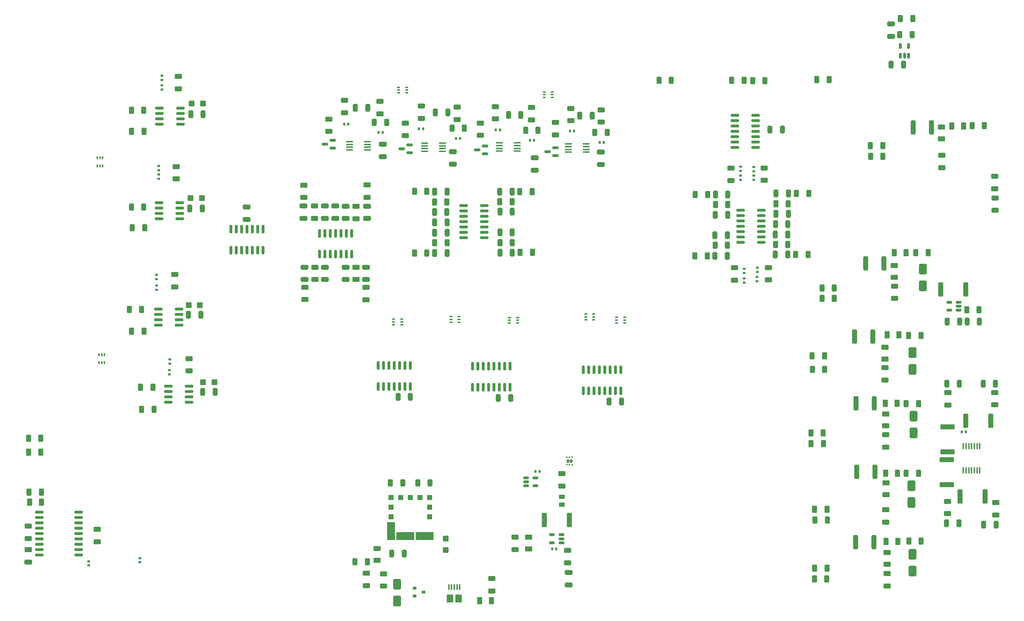
<source format=gtp>
G04 #@! TF.GenerationSoftware,KiCad,Pcbnew,8.0.9*
G04 #@! TF.CreationDate,2025-05-25T13:16:14-05:00*
G04 #@! TF.ProjectId,karca_v2,6b617263-615f-4763-922e-6b696361645f,rev?*
G04 #@! TF.SameCoordinates,Original*
G04 #@! TF.FileFunction,Paste,Top*
G04 #@! TF.FilePolarity,Positive*
%FSLAX46Y46*%
G04 Gerber Fmt 4.6, Leading zero omitted, Abs format (unit mm)*
G04 Created by KiCad (PCBNEW 8.0.9) date 2025-05-25 13:16:14*
%MOMM*%
%LPD*%
G01*
G04 APERTURE LIST*
G04 Aperture macros list*
%AMRoundRect*
0 Rectangle with rounded corners*
0 $1 Rounding radius*
0 $2 $3 $4 $5 $6 $7 $8 $9 X,Y pos of 4 corners*
0 Add a 4 corners polygon primitive as box body*
4,1,4,$2,$3,$4,$5,$6,$7,$8,$9,$2,$3,0*
0 Add four circle primitives for the rounded corners*
1,1,$1+$1,$2,$3*
1,1,$1+$1,$4,$5*
1,1,$1+$1,$6,$7*
1,1,$1+$1,$8,$9*
0 Add four rect primitives between the rounded corners*
20,1,$1+$1,$2,$3,$4,$5,0*
20,1,$1+$1,$4,$5,$6,$7,0*
20,1,$1+$1,$6,$7,$8,$9,0*
20,1,$1+$1,$8,$9,$2,$3,0*%
G04 Aperture macros list end*
%ADD10R,0.900000X0.800000*%
%ADD11R,1.143000X1.143000*%
%ADD12R,1.905000X4.191000*%
%ADD13R,4.191000X1.905000*%
%ADD14R,1.500000X1.900000*%
%ADD15R,0.400000X1.350000*%
%ADD16RoundRect,0.250000X0.312500X0.625000X-0.312500X0.625000X-0.312500X-0.625000X0.312500X-0.625000X0*%
%ADD17RoundRect,0.250000X0.625000X-0.312500X0.625000X0.312500X-0.625000X0.312500X-0.625000X-0.312500X0*%
%ADD18RoundRect,0.250000X0.325000X0.650000X-0.325000X0.650000X-0.325000X-0.650000X0.325000X-0.650000X0*%
%ADD19RoundRect,0.250000X-0.312500X-0.625000X0.312500X-0.625000X0.312500X0.625000X-0.312500X0.625000X0*%
%ADD20RoundRect,0.150000X0.587500X0.150000X-0.587500X0.150000X-0.587500X-0.150000X0.587500X-0.150000X0*%
%ADD21RoundRect,0.135000X-0.185000X0.135000X-0.185000X-0.135000X0.185000X-0.135000X0.185000X0.135000X0*%
%ADD22RoundRect,0.250000X0.375000X0.625000X-0.375000X0.625000X-0.375000X-0.625000X0.375000X-0.625000X0*%
%ADD23RoundRect,0.150000X-0.825000X-0.150000X0.825000X-0.150000X0.825000X0.150000X-0.825000X0.150000X0*%
%ADD24RoundRect,0.100000X-0.712500X-0.100000X0.712500X-0.100000X0.712500X0.100000X-0.712500X0.100000X0*%
%ADD25RoundRect,0.150000X0.825000X0.150000X-0.825000X0.150000X-0.825000X-0.150000X0.825000X-0.150000X0*%
%ADD26R,0.650000X0.400000*%
%ADD27RoundRect,0.250000X-0.650000X0.325000X-0.650000X-0.325000X0.650000X-0.325000X0.650000X0.325000X0*%
%ADD28RoundRect,0.150000X-0.150000X0.825000X-0.150000X-0.825000X0.150000X-0.825000X0.150000X0.825000X0*%
%ADD29RoundRect,0.250000X-0.650000X1.000000X-0.650000X-1.000000X0.650000X-1.000000X0.650000X1.000000X0*%
%ADD30RoundRect,0.250000X-0.625000X0.312500X-0.625000X-0.312500X0.625000X-0.312500X0.625000X0.312500X0*%
%ADD31RoundRect,0.250000X0.650000X-0.325000X0.650000X0.325000X-0.650000X0.325000X-0.650000X-0.325000X0*%
%ADD32RoundRect,0.250000X-0.325000X-0.650000X0.325000X-0.650000X0.325000X0.650000X-0.325000X0.650000X0*%
%ADD33RoundRect,0.250000X-0.312500X-1.450000X0.312500X-1.450000X0.312500X1.450000X-0.312500X1.450000X0*%
%ADD34RoundRect,0.135000X0.185000X-0.135000X0.185000X0.135000X-0.185000X0.135000X-0.185000X-0.135000X0*%
%ADD35RoundRect,0.250000X0.362500X1.425000X-0.362500X1.425000X-0.362500X-1.425000X0.362500X-1.425000X0*%
%ADD36RoundRect,0.250000X0.450000X0.425000X-0.450000X0.425000X-0.450000X-0.425000X0.450000X-0.425000X0*%
%ADD37RoundRect,0.250000X0.625000X-0.375000X0.625000X0.375000X-0.625000X0.375000X-0.625000X-0.375000X0*%
%ADD38RoundRect,0.150000X0.512500X0.150000X-0.512500X0.150000X-0.512500X-0.150000X0.512500X-0.150000X0*%
%ADD39RoundRect,0.250000X0.650000X-1.000000X0.650000X1.000000X-0.650000X1.000000X-0.650000X-1.000000X0*%
%ADD40R,0.400000X0.650000*%
%ADD41RoundRect,0.140000X0.140000X0.170000X-0.140000X0.170000X-0.140000X-0.170000X0.140000X-0.170000X0*%
%ADD42RoundRect,0.100000X-0.100000X0.637500X-0.100000X-0.637500X0.100000X-0.637500X0.100000X0.637500X0*%
%ADD43RoundRect,0.160000X-0.160000X0.245000X-0.160000X-0.245000X0.160000X-0.245000X0.160000X0.245000X0*%
%ADD44RoundRect,0.093750X-0.106250X0.093750X-0.106250X-0.093750X0.106250X-0.093750X0.106250X0.093750X0*%
%ADD45R,1.800000X1.150000*%
%ADD46RoundRect,0.150000X-0.512500X-0.150000X0.512500X-0.150000X0.512500X0.150000X-0.512500X0.150000X0*%
%ADD47RoundRect,0.140000X-0.140000X-0.170000X0.140000X-0.170000X0.140000X0.170000X-0.140000X0.170000X0*%
%ADD48RoundRect,0.150000X0.150000X-0.512500X0.150000X0.512500X-0.150000X0.512500X-0.150000X-0.512500X0*%
%ADD49RoundRect,0.150000X-0.875000X-0.150000X0.875000X-0.150000X0.875000X0.150000X-0.875000X0.150000X0*%
%ADD50RoundRect,0.250000X1.425000X-0.362500X1.425000X0.362500X-1.425000X0.362500X-1.425000X-0.362500X0*%
%ADD51RoundRect,0.250000X-0.425000X0.450000X-0.425000X-0.450000X0.425000X-0.450000X0.425000X0.450000X0*%
%ADD52RoundRect,0.140000X-0.170000X0.140000X-0.170000X-0.140000X0.170000X-0.140000X0.170000X0.140000X0*%
%ADD53RoundRect,0.250000X-0.362500X-1.425000X0.362500X-1.425000X0.362500X1.425000X-0.362500X1.425000X0*%
%ADD54RoundRect,0.140000X0.170000X-0.140000X0.170000X0.140000X-0.170000X0.140000X-0.170000X-0.140000X0*%
%ADD55RoundRect,0.250000X-1.425000X0.362500X-1.425000X-0.362500X1.425000X-0.362500X1.425000X0.362500X0*%
%ADD56RoundRect,0.250000X-0.450000X0.262500X-0.450000X-0.262500X0.450000X-0.262500X0.450000X0.262500X0*%
G04 APERTURE END LIST*
D10*
X125492000Y-181422000D03*
X125492000Y-183322000D03*
X127592000Y-182372000D03*
D11*
X129006600Y-164465000D03*
X129006600Y-162179000D03*
X129006600Y-159893000D03*
X126720600Y-159893000D03*
X124434600Y-159893000D03*
X122148600Y-159893000D03*
X119862600Y-159893000D03*
X119862600Y-162179000D03*
X119862600Y-164465000D03*
D12*
X119862600Y-167894000D03*
D13*
X123291600Y-169037000D03*
X127863600Y-169037000D03*
D14*
X135848600Y-183863500D03*
D15*
X134198600Y-181163500D03*
X133548600Y-181163500D03*
X136148600Y-181163500D03*
X135498600Y-181163500D03*
X134848600Y-181163500D03*
D14*
X133848600Y-183863500D03*
D16*
X61340000Y-120493800D03*
X58415000Y-120493800D03*
D17*
X69011800Y-84317300D03*
X69011800Y-81392300D03*
D18*
X150629500Y-69173300D03*
X147679500Y-69173300D03*
D19*
X196703800Y-90424000D03*
X199628800Y-90424000D03*
X125425800Y-87304000D03*
X128350800Y-87304000D03*
D20*
X106093500Y-77023000D03*
X106093500Y-75123000D03*
X104218500Y-76073000D03*
D17*
X141005400Y-73983400D03*
X141005400Y-71058400D03*
D16*
X222269000Y-147142200D03*
X219344000Y-147142200D03*
D21*
X202666600Y-83564000D03*
X202666600Y-84584000D03*
D17*
X111586400Y-93752100D03*
X111586400Y-90827100D03*
D22*
X241862800Y-101800200D03*
X239062800Y-101800200D03*
D23*
X67084400Y-133527800D03*
X67084400Y-134797800D03*
X67084400Y-136067800D03*
X67084400Y-137337800D03*
X72034400Y-137337800D03*
X72034400Y-136067800D03*
X72034400Y-134797800D03*
X72034400Y-133527800D03*
D16*
X223092500Y-179174400D03*
X220167500Y-179174400D03*
D24*
X110009500Y-75508600D03*
X110009500Y-76158600D03*
X110009500Y-76808600D03*
X110009500Y-77458600D03*
X114234500Y-77458600D03*
X114234500Y-76808600D03*
X114234500Y-76158600D03*
X114234500Y-75508600D03*
D25*
X207579000Y-99390200D03*
X207579000Y-98120200D03*
X207579000Y-96850200D03*
X207579000Y-95580200D03*
X207579000Y-94310200D03*
X207579000Y-93040200D03*
X207579000Y-91770200D03*
X202629000Y-91770200D03*
X202629000Y-93040200D03*
X202629000Y-94310200D03*
X202629000Y-95580200D03*
X202629000Y-96850200D03*
X202629000Y-98120200D03*
X202629000Y-99390200D03*
D16*
X37022500Y-158623000D03*
X34097500Y-158623000D03*
D26*
X123571000Y-63906400D03*
X123571000Y-63256400D03*
X123571000Y-62606400D03*
X121671000Y-62606400D03*
X121671000Y-63256400D03*
X121671000Y-63906400D03*
D27*
X106658800Y-90763800D03*
X106658800Y-93713800D03*
D19*
X134306900Y-72292600D03*
X137231900Y-72292600D03*
D28*
X89549200Y-96277400D03*
X88279200Y-96277400D03*
X87009200Y-96277400D03*
X85739200Y-96277400D03*
X84469200Y-96277400D03*
X83199200Y-96277400D03*
X81929200Y-96277400D03*
X81929200Y-101227400D03*
X83199200Y-101227400D03*
X84469200Y-101227400D03*
X85739200Y-101227400D03*
X87009200Y-101227400D03*
X88279200Y-101227400D03*
X89549200Y-101227400D03*
X174283600Y-129609100D03*
X173013600Y-129609100D03*
X171743600Y-129609100D03*
X170473600Y-129609100D03*
X169203600Y-129609100D03*
X167933600Y-129609100D03*
X166663600Y-129609100D03*
X165393600Y-129609100D03*
X165393600Y-134559100D03*
X166663600Y-134559100D03*
X167933600Y-134559100D03*
X169203600Y-134559100D03*
X170473600Y-134559100D03*
X171743600Y-134559100D03*
X173013600Y-134559100D03*
X174283600Y-134559100D03*
D29*
X243154200Y-157080200D03*
X243154200Y-161080200D03*
D19*
X221934500Y-110211400D03*
X224859500Y-110211400D03*
D30*
X111561000Y-105269000D03*
X111561000Y-108194000D03*
D19*
X200579300Y-60960000D03*
X203504300Y-60960000D03*
D17*
X262894300Y-137911300D03*
X262894300Y-134986300D03*
D31*
X117932200Y-79046600D03*
X117932200Y-76096600D03*
D32*
X209599000Y-72644000D03*
X212549000Y-72644000D03*
D16*
X148585700Y-99419800D03*
X145660700Y-99419800D03*
D18*
X148185400Y-136278100D03*
X145235400Y-136278100D03*
D23*
X64708000Y-115189000D03*
X64708000Y-116459000D03*
X64708000Y-117729000D03*
X64708000Y-118999000D03*
X69658000Y-118999000D03*
X69658000Y-117729000D03*
X69658000Y-116459000D03*
X69658000Y-115189000D03*
D24*
X127843900Y-75838800D03*
X127843900Y-76488800D03*
X127843900Y-77138800D03*
X127843900Y-77788800D03*
X132068900Y-77788800D03*
X132068900Y-77138800D03*
X132068900Y-76488800D03*
X132068900Y-75838800D03*
D21*
X205841600Y-83564000D03*
X205841600Y-84584000D03*
D27*
X109122600Y-90789200D03*
X109122600Y-93739200D03*
D26*
X134083500Y-117002800D03*
X134083500Y-117652800D03*
X134083500Y-118302800D03*
X135983500Y-118302800D03*
X135983500Y-117652800D03*
X135983500Y-117002800D03*
D33*
X243572600Y-72113600D03*
X247847600Y-72113600D03*
D26*
X175201100Y-118480600D03*
X175201100Y-117830600D03*
X175201100Y-117180600D03*
X173301100Y-117180600D03*
X173301100Y-117830600D03*
X173301100Y-118480600D03*
D34*
X206613800Y-106430000D03*
X206613800Y-105410000D03*
D35*
X162093500Y-165227000D03*
X156168500Y-165227000D03*
D17*
X143764000Y-182056500D03*
X143764000Y-179131500D03*
D16*
X208431900Y-61010800D03*
X205506900Y-61010800D03*
D36*
X75289400Y-66421000D03*
X72589400Y-66421000D03*
D37*
X239043400Y-107696000D03*
X239043400Y-104896000D03*
D32*
X251614600Y-118208600D03*
X254564600Y-118208600D03*
D30*
X101832800Y-105279700D03*
X101832800Y-108204700D03*
X153111200Y-67396900D03*
X153111200Y-70321900D03*
D17*
X114228000Y-88708200D03*
X114228000Y-85783200D03*
D18*
X133104200Y-92180800D03*
X130154200Y-92180800D03*
D38*
X160266183Y-170653400D03*
X160266183Y-169703400D03*
X160266183Y-168753400D03*
X157991183Y-168753400D03*
X157991183Y-170653400D03*
D32*
X130177300Y-94629000D03*
X133127300Y-94629000D03*
D39*
X121272800Y-184448000D03*
X121272800Y-180448000D03*
D40*
X50277000Y-81239400D03*
X50927000Y-81239400D03*
X51577000Y-81239400D03*
X51577000Y-79339400D03*
X50927000Y-79339400D03*
X50277000Y-79339400D03*
D17*
X201203600Y-108335000D03*
X201203600Y-105410000D03*
D30*
X236902800Y-129118900D03*
X236902800Y-132043900D03*
D32*
X210877400Y-102235000D03*
X213827400Y-102235000D03*
D30*
X251692900Y-160818100D03*
X251692900Y-163743100D03*
X237341900Y-177960500D03*
X237341900Y-180885500D03*
D19*
X151756700Y-72749800D03*
X154681700Y-72749800D03*
D33*
X229710700Y-121694200D03*
X233985700Y-121694200D03*
D28*
X148056600Y-128785100D03*
X146786600Y-128785100D03*
X145516600Y-128785100D03*
X144246600Y-128785100D03*
X142976600Y-128785100D03*
X141706600Y-128785100D03*
X140436600Y-128785100D03*
X139166600Y-128785100D03*
X139166600Y-133735100D03*
X140436600Y-133735100D03*
X141706600Y-133735100D03*
X142976600Y-133735100D03*
X144246600Y-133735100D03*
X145516600Y-133735100D03*
X146786600Y-133735100D03*
X148056600Y-133735100D03*
D41*
X117885200Y-73334000D03*
X116925200Y-73334000D03*
D30*
X161698683Y-172449400D03*
X161698683Y-175374400D03*
D17*
X101756600Y-93675900D03*
X101756600Y-90750900D03*
D19*
X257515900Y-71717700D03*
X260440900Y-71717700D03*
D41*
X163240300Y-72938600D03*
X162280300Y-72938600D03*
X256029400Y-144348200D03*
X255069400Y-144348200D03*
D40*
X50683400Y-127924600D03*
X51333400Y-127924600D03*
X51983400Y-127924600D03*
X51983400Y-126024600D03*
X51333400Y-126024600D03*
X50683400Y-126024600D03*
D35*
X260569300Y-159689800D03*
X254644300Y-159689800D03*
D34*
X64287400Y-108081000D03*
X64287400Y-107061000D03*
D33*
X232333900Y-104365600D03*
X236608900Y-104365600D03*
D17*
X68656200Y-109945900D03*
X68656200Y-107020900D03*
D33*
X230018500Y-137591800D03*
X234293500Y-137591800D03*
D31*
X153924000Y-82247000D03*
X153924000Y-79297000D03*
D42*
X259332500Y-147759500D03*
X258682500Y-147759500D03*
X258032500Y-147759500D03*
X257382500Y-147759500D03*
X256732500Y-147759500D03*
X256082500Y-147759500D03*
X255432500Y-147759500D03*
X255432500Y-153484500D03*
X256082500Y-153484500D03*
X256732500Y-153484500D03*
X257382500Y-153484500D03*
X258032500Y-153484500D03*
X258682500Y-153484500D03*
X259332500Y-153484500D03*
D31*
X104220400Y-108217200D03*
X104220400Y-105267200D03*
D19*
X115891900Y-70921000D03*
X118816900Y-70921000D03*
D16*
X213867500Y-99872800D03*
X210942500Y-99872800D03*
D17*
X123225400Y-74019800D03*
X123225400Y-71094800D03*
D34*
X67437000Y-128145000D03*
X67437000Y-127125000D03*
X65633600Y-60835000D03*
X65633600Y-59815000D03*
D20*
X158798500Y-78801000D03*
X158798500Y-76901000D03*
X156923500Y-77851000D03*
D16*
X218820500Y-87807800D03*
X215895500Y-87807800D03*
D43*
X162542800Y-151234700D03*
X161742800Y-151234700D03*
D44*
X162792800Y-150347200D03*
X162142800Y-150347200D03*
X161492800Y-150347200D03*
X161492800Y-152122200D03*
X162142800Y-152122200D03*
X162792800Y-152122200D03*
D30*
X50292000Y-167447500D03*
X50292000Y-170372500D03*
D19*
X219318600Y-144576800D03*
X222243600Y-144576800D03*
D30*
X127086200Y-67056200D03*
X127086200Y-69981200D03*
D26*
X147926500Y-117206000D03*
X147926500Y-117856000D03*
X147926500Y-118506000D03*
X149826500Y-118506000D03*
X149826500Y-117856000D03*
X149826500Y-117206000D03*
D36*
X78058000Y-132537200D03*
X75358000Y-132537200D03*
D16*
X61294400Y-90994200D03*
X58369400Y-90994200D03*
D32*
X210904600Y-97485200D03*
X213854600Y-97485200D03*
D30*
X262864600Y-83729100D03*
X262864600Y-86654100D03*
D36*
X74603600Y-114274600D03*
X71903600Y-114274600D03*
D16*
X61279500Y-68072000D03*
X58354500Y-68072000D03*
D20*
X124254500Y-78166000D03*
X124254500Y-76266000D03*
X122379500Y-77216000D03*
D18*
X213883000Y-95097600D03*
X210933000Y-95097600D03*
D31*
X33914399Y-175261800D03*
D45*
X33914399Y-172311800D03*
D22*
X239932700Y-170284400D03*
X237132700Y-170284400D03*
D16*
X213943700Y-90246200D03*
X211018700Y-90246200D03*
D30*
X237042700Y-145040900D03*
X237042700Y-147965900D03*
D16*
X114238500Y-175133000D03*
X111313500Y-175133000D03*
D37*
X116576800Y-174832000D03*
X116576800Y-172032000D03*
D30*
X250311400Y-78753700D03*
X250311400Y-81678700D03*
D27*
X104195000Y-90763800D03*
X104195000Y-93713800D03*
D34*
X203540400Y-106682000D03*
X203540400Y-105662000D03*
D30*
X208239400Y-81733200D03*
X208239400Y-84658200D03*
D29*
X243611400Y-140570200D03*
X243611400Y-144570200D03*
D19*
X196616900Y-100076000D03*
X199541900Y-100076000D03*
D26*
X120487100Y-117597200D03*
X120487100Y-118247200D03*
X120487100Y-118897200D03*
X122387100Y-118897200D03*
X122387100Y-118247200D03*
X122387100Y-117597200D03*
D19*
X244159500Y-101851000D03*
X247084500Y-101851000D03*
D23*
X64900000Y-90017600D03*
X64900000Y-91287600D03*
X64900000Y-92557600D03*
X64900000Y-93827600D03*
X69850000Y-93827600D03*
X69850000Y-92557600D03*
X69850000Y-91287600D03*
X69850000Y-90017600D03*
D18*
X124468900Y-136067800D03*
X121518900Y-136067800D03*
D31*
X114151800Y-93739200D03*
X114151800Y-90789200D03*
D46*
X151835883Y-155234900D03*
X151835883Y-156184900D03*
X151835883Y-157134900D03*
X154110883Y-157134900D03*
X154110883Y-155234900D03*
D18*
X199554400Y-97713800D03*
X196604400Y-97713800D03*
D22*
X240157000Y-121335800D03*
X237357000Y-121335800D03*
D37*
X237341900Y-175723000D03*
X237341900Y-172923000D03*
D30*
X162455500Y-67615300D03*
X162455500Y-70540300D03*
D27*
X85678400Y-91017800D03*
X85678400Y-93967800D03*
D18*
X75367800Y-68972400D03*
X72417800Y-68972400D03*
D31*
X109148000Y-108219000D03*
X109148000Y-105269000D03*
D24*
X145544100Y-75788000D03*
X145544100Y-76438000D03*
X145544100Y-77088000D03*
X145544100Y-77738000D03*
X149769100Y-77738000D03*
X149769100Y-77088000D03*
X149769100Y-76438000D03*
X149769100Y-75788000D03*
D47*
X154093600Y-153722400D03*
X155053600Y-153722400D03*
D48*
X240538000Y-55107000D03*
X241488000Y-55107000D03*
X242438000Y-55107000D03*
X242438000Y-52832000D03*
X240538000Y-52832000D03*
D21*
X202666600Y-81405000D03*
X202666600Y-82425000D03*
D23*
X137039400Y-90631400D03*
X137039400Y-91901400D03*
X137039400Y-93171400D03*
X137039400Y-94441400D03*
X137039400Y-95711400D03*
X137039400Y-96981400D03*
X137039400Y-98251400D03*
X141989400Y-98251400D03*
X141989400Y-96981400D03*
X141989400Y-95711400D03*
X141989400Y-94441400D03*
X141989400Y-93171400D03*
X141989400Y-91901400D03*
X141989400Y-90631400D03*
D18*
X78206900Y-134844800D03*
X75256900Y-134844800D03*
X114383700Y-67456800D03*
X111433700Y-67456800D03*
D37*
X250209800Y-74834400D03*
X250209800Y-72034400D03*
X152476200Y-172138800D03*
X152476200Y-169338800D03*
D19*
X240370400Y-50057900D03*
X243295400Y-50057900D03*
D26*
X158064200Y-65013600D03*
X158064200Y-64363600D03*
X158064200Y-63713600D03*
X156164200Y-63713600D03*
X156164200Y-64363600D03*
X156164200Y-65013600D03*
D16*
X63438500Y-133727200D03*
X60513500Y-133727200D03*
D22*
X143640000Y-184404000D03*
X140840000Y-184404000D03*
D19*
X191943300Y-88061800D03*
X194868300Y-88061800D03*
D49*
X36581399Y-163423600D03*
X36581399Y-164693600D03*
X36581399Y-165963600D03*
X36581399Y-167233600D03*
X36581399Y-168503600D03*
X36581399Y-169773600D03*
X36581399Y-171043600D03*
X36581399Y-172313600D03*
X36581399Y-173583600D03*
X45881399Y-173583600D03*
X45881399Y-172313600D03*
X45881399Y-171043600D03*
X45881399Y-169773600D03*
X45881399Y-168503600D03*
X45881399Y-167233600D03*
X45881399Y-165963600D03*
X45881399Y-164693600D03*
X45881399Y-163423600D03*
D30*
X135493600Y-67310200D03*
X135493600Y-70235200D03*
D19*
X33970500Y-149127800D03*
X36895500Y-149127800D03*
D41*
X127462800Y-72445000D03*
X126502800Y-72445000D03*
D31*
X169526000Y-80879600D03*
X169526000Y-77929600D03*
D33*
X230217800Y-153847800D03*
X234492800Y-153847800D03*
D22*
X37087000Y-161036000D03*
X34287000Y-161036000D03*
D18*
X74830200Y-116586000D03*
X71880200Y-116586000D03*
D31*
X99140400Y-93677700D03*
X99140400Y-90727700D03*
D19*
X220192900Y-176659800D03*
X223117900Y-176659800D03*
D41*
X170260000Y-75670800D03*
X169300000Y-75670800D03*
D38*
X254354100Y-115501000D03*
X254354100Y-114551000D03*
X254354100Y-113601000D03*
X252079100Y-113601000D03*
X252079100Y-115501000D03*
D17*
X114046000Y-180786500D03*
X114046000Y-177861500D03*
X33888999Y-169635900D03*
X33888999Y-166710900D03*
D36*
X75086200Y-88900000D03*
X72386200Y-88900000D03*
D32*
X145612100Y-87354800D03*
X148562100Y-87354800D03*
D50*
X251714000Y-149054000D03*
X251714000Y-143129000D03*
D30*
X144557100Y-67162700D03*
X144557100Y-70087700D03*
D37*
X236852000Y-127028400D03*
X236852000Y-124228400D03*
D19*
X220721500Y-60756800D03*
X223646500Y-60756800D03*
D17*
X105161700Y-73084900D03*
X105161700Y-70159900D03*
D21*
X205841600Y-81532000D03*
X205841600Y-82552000D03*
D37*
X237113300Y-159251500D03*
X237113300Y-156451500D03*
D22*
X239808700Y-154127200D03*
X237008700Y-154127200D03*
D18*
X174463200Y-137127500D03*
X171513200Y-137127500D03*
D16*
X153274000Y-87329400D03*
X150349000Y-87329400D03*
D30*
X239119600Y-109761100D03*
X239119600Y-112686100D03*
D41*
X153743600Y-75184000D03*
X152783600Y-75184000D03*
D17*
X149250417Y-172268100D03*
X149250417Y-169343100D03*
D32*
X260272000Y-166319200D03*
X263222000Y-166319200D03*
D34*
X64871600Y-84330000D03*
X64871600Y-83310000D03*
D32*
X120004000Y-173203400D03*
X122954000Y-173203400D03*
D31*
X161924983Y-180681400D03*
X161924983Y-177731400D03*
D30*
X113948600Y-110069600D03*
X113948600Y-112994600D03*
D19*
X242501500Y-121488200D03*
X245426500Y-121488200D03*
D32*
X145648200Y-101807400D03*
X148598200Y-101807400D03*
D18*
X199554400Y-102554500D03*
X196604400Y-102554500D03*
D34*
X206603600Y-108587000D03*
X206603600Y-107567000D03*
D30*
X99419800Y-110029500D03*
X99419800Y-112954500D03*
X237032800Y-162824700D03*
X237032800Y-165749700D03*
D33*
X229967700Y-170459400D03*
X234242700Y-170459400D03*
D16*
X236387100Y-79007500D03*
X233462100Y-79007500D03*
D18*
X133127800Y-87329400D03*
X130177800Y-87329400D03*
D29*
X243430600Y-125558800D03*
X243430600Y-129558800D03*
D51*
X132816600Y-169617400D03*
X132816600Y-172317400D03*
D18*
X167511900Y-69306400D03*
X164561900Y-69306400D03*
D47*
X158016000Y-172135800D03*
X158976000Y-172135800D03*
D26*
X165970700Y-116408200D03*
X165970700Y-117058200D03*
X165970700Y-117708200D03*
X167870700Y-117708200D03*
X167870700Y-117058200D03*
X167870700Y-116408200D03*
D16*
X61523000Y-95871000D03*
X58598000Y-95871000D03*
X186268400Y-60960000D03*
X183343400Y-60960000D03*
X61359900Y-73061800D03*
X58434900Y-73061800D03*
D18*
X133155000Y-97057600D03*
X130205000Y-97057600D03*
D19*
X125416900Y-101909000D03*
X128341900Y-101909000D03*
X168165100Y-73283200D03*
X171090100Y-73283200D03*
D18*
X75162800Y-91349800D03*
X72212800Y-91349800D03*
D37*
X237042700Y-142903400D03*
X237042700Y-140103400D03*
D17*
X72009000Y-129859500D03*
X72009000Y-126934500D03*
D32*
X211031600Y-92633800D03*
X213981600Y-92633800D03*
D41*
X109728000Y-71374000D03*
X108768000Y-71374000D03*
D30*
X117201300Y-65943500D03*
X117201300Y-68868500D03*
D41*
X145646700Y-72703900D03*
X144686700Y-72703900D03*
D16*
X243447800Y-46247900D03*
X240522800Y-46247900D03*
X222591900Y-129517400D03*
X219666900Y-129517400D03*
D34*
X64871600Y-82298000D03*
X64871600Y-81278000D03*
D18*
X199656000Y-88061800D03*
X196706000Y-88061800D03*
D30*
X262915400Y-88845200D03*
X262915400Y-91770200D03*
D19*
X220228700Y-162687000D03*
X223153700Y-162687000D03*
D16*
X63692500Y-138963400D03*
X60767500Y-138963400D03*
D27*
X99394400Y-105267200D03*
X99394400Y-108217200D03*
D32*
X145648200Y-92130000D03*
X148598200Y-92130000D03*
D17*
X99191200Y-88748300D03*
X99191200Y-85823300D03*
D34*
X65633600Y-63121000D03*
X65633600Y-62101000D03*
D30*
X169643700Y-67945500D03*
X169643700Y-70870500D03*
D32*
X211020900Y-87807800D03*
X213970900Y-87807800D03*
D30*
X200416200Y-81798700D03*
X200416200Y-84723700D03*
D16*
X224884900Y-112649800D03*
X221959900Y-112649800D03*
D19*
X256235200Y-115417600D03*
X259160200Y-115417600D03*
X130192100Y-99496000D03*
X133117100Y-99496000D03*
D17*
X69469000Y-62930500D03*
X69469000Y-60005500D03*
D19*
X126208600Y-156464000D03*
X129133600Y-156464000D03*
D22*
X239732500Y-137591800D03*
X236932500Y-137591800D03*
D18*
X199605200Y-92837000D03*
X196655200Y-92837000D03*
D19*
X241899200Y-137617200D03*
X244824200Y-137617200D03*
D23*
X65038200Y-67513200D03*
X65038200Y-68783200D03*
X65038200Y-70053200D03*
X65038200Y-71323200D03*
X69988200Y-71323200D03*
X69988200Y-70053200D03*
X69988200Y-68783200D03*
X69988200Y-67513200D03*
D19*
X219622700Y-126291800D03*
X222547700Y-126291800D03*
D24*
X161871300Y-76037400D03*
X161871300Y-76687400D03*
X161871300Y-77337400D03*
X161871300Y-77987400D03*
X166096300Y-77987400D03*
X166096300Y-77337400D03*
X166096300Y-76687400D03*
X166096300Y-76037400D03*
D31*
X238302300Y-50542300D03*
X238302300Y-47592300D03*
D18*
X133155000Y-101883600D03*
X130205000Y-101883600D03*
X133285600Y-68584200D03*
X130335600Y-68584200D03*
D16*
X148560300Y-89717000D03*
X145635300Y-89717000D03*
D30*
X263144000Y-161122900D03*
X263144000Y-164047900D03*
D22*
X255527000Y-71732400D03*
X252727000Y-71732400D03*
D34*
X203555600Y-108970000D03*
X203555600Y-107950000D03*
D17*
X251739400Y-137972800D03*
X251739400Y-135047800D03*
D19*
X241873800Y-154127200D03*
X244798800Y-154127200D03*
D28*
X110519600Y-97220200D03*
X109249600Y-97220200D03*
X107979600Y-97220200D03*
X106709600Y-97220200D03*
X105439600Y-97220200D03*
X104169600Y-97220200D03*
X102899600Y-97220200D03*
X102899600Y-102170200D03*
X104169600Y-102170200D03*
X105439600Y-102170200D03*
X106709600Y-102170200D03*
X107979600Y-102170200D03*
X109249600Y-102170200D03*
X110519600Y-102170200D03*
D52*
X60325000Y-174272000D03*
X60325000Y-175232000D03*
D53*
X255990500Y-141732000D03*
X261915500Y-141732000D03*
D19*
X33970500Y-145837800D03*
X36895500Y-145837800D03*
D54*
X48260000Y-175994000D03*
X48260000Y-175034000D03*
D29*
X245839900Y-105718400D03*
X245839900Y-109718400D03*
D16*
X60771500Y-115312200D03*
X57846500Y-115312200D03*
X153360900Y-101756600D03*
X150435900Y-101756600D03*
D29*
X243408200Y-173387000D03*
X243408200Y-177387000D03*
D17*
X209230000Y-108269500D03*
X209230000Y-105344500D03*
D25*
X206244000Y-76849200D03*
X206244000Y-75579200D03*
X206244000Y-74309200D03*
X206244000Y-73039200D03*
X206244000Y-71769200D03*
X206244000Y-70499200D03*
X206244000Y-69229200D03*
X201294000Y-69229200D03*
X201294000Y-70499200D03*
X201294000Y-71769200D03*
X201294000Y-73039200D03*
X201294000Y-74309200D03*
X201294000Y-75579200D03*
X201294000Y-76849200D03*
D55*
X251515100Y-150900000D03*
X251515100Y-156825000D03*
D19*
X242534200Y-170233600D03*
X245459200Y-170233600D03*
D16*
X218642700Y-102235000D03*
X215717700Y-102235000D03*
D19*
X233411300Y-76391300D03*
X236336300Y-76391300D03*
D31*
X134499400Y-80803400D03*
X134499400Y-77853400D03*
D30*
X160339383Y-154239800D03*
X160339383Y-157164800D03*
D19*
X119711700Y-156439400D03*
X122636700Y-156439400D03*
D20*
X142161500Y-78420000D03*
X142161500Y-76520000D03*
X140286500Y-77470000D03*
D16*
X223204500Y-165252400D03*
X220279500Y-165252400D03*
D53*
X250079600Y-110514000D03*
X256004600Y-110514000D03*
D28*
X124467100Y-128600200D03*
X123197100Y-128600200D03*
X121927100Y-128600200D03*
X120657100Y-128600200D03*
X119387100Y-128600200D03*
X118117100Y-128600200D03*
X116847100Y-128600200D03*
X116847100Y-133550200D03*
X118117100Y-133550200D03*
X119387100Y-133550200D03*
X120657100Y-133550200D03*
X121927100Y-133550200D03*
X123197100Y-133550200D03*
X124467100Y-133550200D03*
D18*
X254459000Y-132867400D03*
X251509000Y-132867400D03*
D34*
X67411600Y-130685000D03*
X67411600Y-129665000D03*
D27*
X113974000Y-105269000D03*
X113974000Y-108219000D03*
D32*
X256313600Y-118186200D03*
X259263600Y-118186200D03*
D19*
X130166700Y-89767800D03*
X133091700Y-89767800D03*
D30*
X108844700Y-65714900D03*
X108844700Y-68639900D03*
D32*
X260123900Y-132892800D03*
X263073900Y-132892800D03*
D17*
X158827600Y-73887900D03*
X158827600Y-70962900D03*
D56*
X160339383Y-159742500D03*
X160339383Y-161567500D03*
D41*
X136224000Y-74705600D03*
X135264000Y-74705600D03*
D32*
X238300500Y-57246100D03*
X241250500Y-57246100D03*
D18*
X254387100Y-166014400D03*
X251437100Y-166014400D03*
D17*
X118110000Y-180913500D03*
X118110000Y-177988500D03*
D34*
X64363600Y-110619000D03*
X64363600Y-109599000D03*
D19*
X191854200Y-102554500D03*
X194779200Y-102554500D03*
D32*
X145648200Y-97006800D03*
X148598200Y-97006800D03*
M02*

</source>
